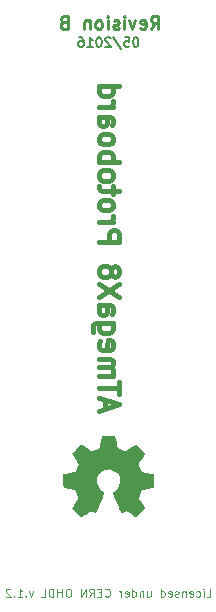
<source format=gbo>
G04 #@! TF.FileFunction,Legend,Bot*
%FSLAX46Y46*%
G04 Gerber Fmt 4.6, Leading zero omitted, Abs format (unit mm)*
G04 Created by KiCad (PCBNEW 4.0.2+e4-6225~38~ubuntu15.10.1-stable) date Thu 05 May 2016 06:03:02 PM EEST*
%MOMM*%
G01*
G04 APERTURE LIST*
%ADD10C,0.100000*%
%ADD11C,0.200000*%
%ADD12C,0.275000*%
%ADD13C,0.425000*%
%ADD14C,0.002000*%
G04 APERTURE END LIST*
D10*
X148016664Y-119696667D02*
X148349997Y-119696667D01*
X148349997Y-118996667D01*
X147783330Y-119696667D02*
X147783330Y-119230000D01*
X147783330Y-118996667D02*
X147816664Y-119030000D01*
X147783330Y-119063333D01*
X147749997Y-119030000D01*
X147783330Y-118996667D01*
X147783330Y-119063333D01*
X147149997Y-119663333D02*
X147216664Y-119696667D01*
X147349997Y-119696667D01*
X147416664Y-119663333D01*
X147449997Y-119630000D01*
X147483331Y-119563333D01*
X147483331Y-119363333D01*
X147449997Y-119296667D01*
X147416664Y-119263333D01*
X147349997Y-119230000D01*
X147216664Y-119230000D01*
X147149997Y-119263333D01*
X146583331Y-119663333D02*
X146649997Y-119696667D01*
X146783331Y-119696667D01*
X146849997Y-119663333D01*
X146883331Y-119596667D01*
X146883331Y-119330000D01*
X146849997Y-119263333D01*
X146783331Y-119230000D01*
X146649997Y-119230000D01*
X146583331Y-119263333D01*
X146549997Y-119330000D01*
X146549997Y-119396667D01*
X146883331Y-119463333D01*
X146249997Y-119230000D02*
X146249997Y-119696667D01*
X146249997Y-119296667D02*
X146216664Y-119263333D01*
X146149997Y-119230000D01*
X146049997Y-119230000D01*
X145983331Y-119263333D01*
X145949997Y-119330000D01*
X145949997Y-119696667D01*
X145649998Y-119663333D02*
X145583331Y-119696667D01*
X145449998Y-119696667D01*
X145383331Y-119663333D01*
X145349998Y-119596667D01*
X145349998Y-119563333D01*
X145383331Y-119496667D01*
X145449998Y-119463333D01*
X145549998Y-119463333D01*
X145616664Y-119430000D01*
X145649998Y-119363333D01*
X145649998Y-119330000D01*
X145616664Y-119263333D01*
X145549998Y-119230000D01*
X145449998Y-119230000D01*
X145383331Y-119263333D01*
X144783331Y-119663333D02*
X144849997Y-119696667D01*
X144983331Y-119696667D01*
X145049997Y-119663333D01*
X145083331Y-119596667D01*
X145083331Y-119330000D01*
X145049997Y-119263333D01*
X144983331Y-119230000D01*
X144849997Y-119230000D01*
X144783331Y-119263333D01*
X144749997Y-119330000D01*
X144749997Y-119396667D01*
X145083331Y-119463333D01*
X144149997Y-119696667D02*
X144149997Y-118996667D01*
X144149997Y-119663333D02*
X144216664Y-119696667D01*
X144349997Y-119696667D01*
X144416664Y-119663333D01*
X144449997Y-119630000D01*
X144483331Y-119563333D01*
X144483331Y-119363333D01*
X144449997Y-119296667D01*
X144416664Y-119263333D01*
X144349997Y-119230000D01*
X144216664Y-119230000D01*
X144149997Y-119263333D01*
X142983331Y-119230000D02*
X142983331Y-119696667D01*
X143283331Y-119230000D02*
X143283331Y-119596667D01*
X143249998Y-119663333D01*
X143183331Y-119696667D01*
X143083331Y-119696667D01*
X143016665Y-119663333D01*
X142983331Y-119630000D01*
X142649998Y-119230000D02*
X142649998Y-119696667D01*
X142649998Y-119296667D02*
X142616665Y-119263333D01*
X142549998Y-119230000D01*
X142449998Y-119230000D01*
X142383332Y-119263333D01*
X142349998Y-119330000D01*
X142349998Y-119696667D01*
X141716665Y-119696667D02*
X141716665Y-118996667D01*
X141716665Y-119663333D02*
X141783332Y-119696667D01*
X141916665Y-119696667D01*
X141983332Y-119663333D01*
X142016665Y-119630000D01*
X142049999Y-119563333D01*
X142049999Y-119363333D01*
X142016665Y-119296667D01*
X141983332Y-119263333D01*
X141916665Y-119230000D01*
X141783332Y-119230000D01*
X141716665Y-119263333D01*
X141116666Y-119663333D02*
X141183332Y-119696667D01*
X141316666Y-119696667D01*
X141383332Y-119663333D01*
X141416666Y-119596667D01*
X141416666Y-119330000D01*
X141383332Y-119263333D01*
X141316666Y-119230000D01*
X141183332Y-119230000D01*
X141116666Y-119263333D01*
X141083332Y-119330000D01*
X141083332Y-119396667D01*
X141416666Y-119463333D01*
X140783332Y-119696667D02*
X140783332Y-119230000D01*
X140783332Y-119363333D02*
X140749999Y-119296667D01*
X140716666Y-119263333D01*
X140649999Y-119230000D01*
X140583332Y-119230000D01*
X139416666Y-119630000D02*
X139450000Y-119663333D01*
X139550000Y-119696667D01*
X139616666Y-119696667D01*
X139716666Y-119663333D01*
X139783333Y-119596667D01*
X139816666Y-119530000D01*
X139850000Y-119396667D01*
X139850000Y-119296667D01*
X139816666Y-119163333D01*
X139783333Y-119096667D01*
X139716666Y-119030000D01*
X139616666Y-118996667D01*
X139550000Y-118996667D01*
X139450000Y-119030000D01*
X139416666Y-119063333D01*
X139116666Y-119330000D02*
X138883333Y-119330000D01*
X138783333Y-119696667D02*
X139116666Y-119696667D01*
X139116666Y-118996667D01*
X138783333Y-118996667D01*
X138083333Y-119696667D02*
X138316667Y-119363333D01*
X138483333Y-119696667D02*
X138483333Y-118996667D01*
X138216667Y-118996667D01*
X138150000Y-119030000D01*
X138116667Y-119063333D01*
X138083333Y-119130000D01*
X138083333Y-119230000D01*
X138116667Y-119296667D01*
X138150000Y-119330000D01*
X138216667Y-119363333D01*
X138483333Y-119363333D01*
X137783333Y-119696667D02*
X137783333Y-118996667D01*
X137383333Y-119696667D01*
X137383333Y-118996667D01*
X136383334Y-118996667D02*
X136250001Y-118996667D01*
X136183334Y-119030000D01*
X136116667Y-119096667D01*
X136083334Y-119230000D01*
X136083334Y-119463333D01*
X136116667Y-119596667D01*
X136183334Y-119663333D01*
X136250001Y-119696667D01*
X136383334Y-119696667D01*
X136450001Y-119663333D01*
X136516667Y-119596667D01*
X136550001Y-119463333D01*
X136550001Y-119230000D01*
X136516667Y-119096667D01*
X136450001Y-119030000D01*
X136383334Y-118996667D01*
X135783334Y-119696667D02*
X135783334Y-118996667D01*
X135783334Y-119330000D02*
X135383334Y-119330000D01*
X135383334Y-119696667D02*
X135383334Y-118996667D01*
X135050001Y-119696667D02*
X135050001Y-118996667D01*
X134883335Y-118996667D01*
X134783335Y-119030000D01*
X134716668Y-119096667D01*
X134683335Y-119163333D01*
X134650001Y-119296667D01*
X134650001Y-119396667D01*
X134683335Y-119530000D01*
X134716668Y-119596667D01*
X134783335Y-119663333D01*
X134883335Y-119696667D01*
X135050001Y-119696667D01*
X134016668Y-119696667D02*
X134350001Y-119696667D01*
X134350001Y-118996667D01*
X133316668Y-119230000D02*
X133150001Y-119696667D01*
X132983335Y-119230000D01*
X132716668Y-119630000D02*
X132683335Y-119663333D01*
X132716668Y-119696667D01*
X132750002Y-119663333D01*
X132716668Y-119630000D01*
X132716668Y-119696667D01*
X132016669Y-119696667D02*
X132416669Y-119696667D01*
X132216669Y-119696667D02*
X132216669Y-118996667D01*
X132283335Y-119096667D01*
X132350002Y-119163333D01*
X132416669Y-119196667D01*
X131716668Y-119630000D02*
X131683335Y-119663333D01*
X131716668Y-119696667D01*
X131750002Y-119663333D01*
X131716668Y-119630000D01*
X131716668Y-119696667D01*
X131416669Y-119063333D02*
X131383335Y-119030000D01*
X131316669Y-118996667D01*
X131150002Y-118996667D01*
X131083335Y-119030000D01*
X131050002Y-119063333D01*
X131016669Y-119130000D01*
X131016669Y-119196667D01*
X131050002Y-119296667D01*
X131450002Y-119696667D01*
X131016669Y-119696667D01*
D11*
X142061905Y-72332905D02*
X141985714Y-72332905D01*
X141909524Y-72371000D01*
X141871429Y-72409095D01*
X141833333Y-72485286D01*
X141795238Y-72637667D01*
X141795238Y-72828143D01*
X141833333Y-72980524D01*
X141871429Y-73056714D01*
X141909524Y-73094810D01*
X141985714Y-73132905D01*
X142061905Y-73132905D01*
X142138095Y-73094810D01*
X142176191Y-73056714D01*
X142214286Y-72980524D01*
X142252381Y-72828143D01*
X142252381Y-72637667D01*
X142214286Y-72485286D01*
X142176191Y-72409095D01*
X142138095Y-72371000D01*
X142061905Y-72332905D01*
X141071428Y-72332905D02*
X141452381Y-72332905D01*
X141490476Y-72713857D01*
X141452381Y-72675762D01*
X141376190Y-72637667D01*
X141185714Y-72637667D01*
X141109524Y-72675762D01*
X141071428Y-72713857D01*
X141033333Y-72790048D01*
X141033333Y-72980524D01*
X141071428Y-73056714D01*
X141109524Y-73094810D01*
X141185714Y-73132905D01*
X141376190Y-73132905D01*
X141452381Y-73094810D01*
X141490476Y-73056714D01*
X140119047Y-72294810D02*
X140804762Y-73323381D01*
X139890476Y-72409095D02*
X139852381Y-72371000D01*
X139776190Y-72332905D01*
X139585714Y-72332905D01*
X139509524Y-72371000D01*
X139471428Y-72409095D01*
X139433333Y-72485286D01*
X139433333Y-72561476D01*
X139471428Y-72675762D01*
X139928571Y-73132905D01*
X139433333Y-73132905D01*
X138938095Y-72332905D02*
X138861904Y-72332905D01*
X138785714Y-72371000D01*
X138747619Y-72409095D01*
X138709523Y-72485286D01*
X138671428Y-72637667D01*
X138671428Y-72828143D01*
X138709523Y-72980524D01*
X138747619Y-73056714D01*
X138785714Y-73094810D01*
X138861904Y-73132905D01*
X138938095Y-73132905D01*
X139014285Y-73094810D01*
X139052381Y-73056714D01*
X139090476Y-72980524D01*
X139128571Y-72828143D01*
X139128571Y-72637667D01*
X139090476Y-72485286D01*
X139052381Y-72409095D01*
X139014285Y-72371000D01*
X138938095Y-72332905D01*
X137909523Y-73132905D02*
X138366666Y-73132905D01*
X138138095Y-73132905D02*
X138138095Y-72332905D01*
X138214285Y-72447190D01*
X138290476Y-72523381D01*
X138366666Y-72561476D01*
X137223809Y-72332905D02*
X137376190Y-72332905D01*
X137452380Y-72371000D01*
X137490475Y-72409095D01*
X137566666Y-72523381D01*
X137604761Y-72675762D01*
X137604761Y-72980524D01*
X137566666Y-73056714D01*
X137528571Y-73094810D01*
X137452380Y-73132905D01*
X137299999Y-73132905D01*
X137223809Y-73094810D01*
X137185713Y-73056714D01*
X137147618Y-72980524D01*
X137147618Y-72790048D01*
X137185713Y-72713857D01*
X137223809Y-72675762D01*
X137299999Y-72637667D01*
X137452380Y-72637667D01*
X137528571Y-72675762D01*
X137566666Y-72713857D01*
X137604761Y-72790048D01*
D12*
X143310333Y-71617619D02*
X143676999Y-71093810D01*
X143938904Y-71617619D02*
X143938904Y-70517619D01*
X143519857Y-70517619D01*
X143415095Y-70570000D01*
X143362714Y-70622381D01*
X143310333Y-70727143D01*
X143310333Y-70884286D01*
X143362714Y-70989048D01*
X143415095Y-71041429D01*
X143519857Y-71093810D01*
X143938904Y-71093810D01*
X142419857Y-71565238D02*
X142524619Y-71617619D01*
X142734142Y-71617619D01*
X142838904Y-71565238D01*
X142891285Y-71460476D01*
X142891285Y-71041429D01*
X142838904Y-70936667D01*
X142734142Y-70884286D01*
X142524619Y-70884286D01*
X142419857Y-70936667D01*
X142367476Y-71041429D01*
X142367476Y-71146190D01*
X142891285Y-71250952D01*
X142000809Y-70884286D02*
X141738904Y-71617619D01*
X141477000Y-70884286D01*
X141057952Y-71617619D02*
X141057952Y-70884286D01*
X141057952Y-70517619D02*
X141110333Y-70570000D01*
X141057952Y-70622381D01*
X141005571Y-70570000D01*
X141057952Y-70517619D01*
X141057952Y-70622381D01*
X140586523Y-71565238D02*
X140481761Y-71617619D01*
X140272237Y-71617619D01*
X140167476Y-71565238D01*
X140115095Y-71460476D01*
X140115095Y-71408095D01*
X140167476Y-71303333D01*
X140272237Y-71250952D01*
X140429380Y-71250952D01*
X140534142Y-71198571D01*
X140586523Y-71093810D01*
X140586523Y-71041429D01*
X140534142Y-70936667D01*
X140429380Y-70884286D01*
X140272237Y-70884286D01*
X140167476Y-70936667D01*
X139643666Y-71617619D02*
X139643666Y-70884286D01*
X139643666Y-70517619D02*
X139696047Y-70570000D01*
X139643666Y-70622381D01*
X139591285Y-70570000D01*
X139643666Y-70517619D01*
X139643666Y-70622381D01*
X138962713Y-71617619D02*
X139067475Y-71565238D01*
X139119856Y-71512857D01*
X139172237Y-71408095D01*
X139172237Y-71093810D01*
X139119856Y-70989048D01*
X139067475Y-70936667D01*
X138962713Y-70884286D01*
X138805571Y-70884286D01*
X138700809Y-70936667D01*
X138648428Y-70989048D01*
X138596047Y-71093810D01*
X138596047Y-71408095D01*
X138648428Y-71512857D01*
X138700809Y-71565238D01*
X138805571Y-71617619D01*
X138962713Y-71617619D01*
X138124618Y-70884286D02*
X138124618Y-71617619D01*
X138124618Y-70989048D02*
X138072237Y-70936667D01*
X137967475Y-70884286D01*
X137810333Y-70884286D01*
X137705571Y-70936667D01*
X137653190Y-71041429D01*
X137653190Y-71617619D01*
X135924619Y-71041429D02*
X135767476Y-71093810D01*
X135715095Y-71146190D01*
X135662714Y-71250952D01*
X135662714Y-71408095D01*
X135715095Y-71512857D01*
X135767476Y-71565238D01*
X135872238Y-71617619D01*
X136291285Y-71617619D01*
X136291285Y-70517619D01*
X135924619Y-70517619D01*
X135819857Y-70570000D01*
X135767476Y-70622381D01*
X135715095Y-70727143D01*
X135715095Y-70831905D01*
X135767476Y-70936667D01*
X135819857Y-70989048D01*
X135924619Y-71041429D01*
X136291285Y-71041429D01*
D13*
X139416667Y-103816190D02*
X139416667Y-103006667D01*
X138930952Y-103978095D02*
X140630952Y-103411429D01*
X138930952Y-102844762D01*
X140630952Y-102520952D02*
X140630952Y-101549524D01*
X138930952Y-102035238D02*
X140630952Y-102035238D01*
X138930952Y-100982857D02*
X140064286Y-100982857D01*
X139902381Y-100982857D02*
X139983333Y-100901905D01*
X140064286Y-100740000D01*
X140064286Y-100497143D01*
X139983333Y-100335238D01*
X139821429Y-100254286D01*
X138930952Y-100254286D01*
X139821429Y-100254286D02*
X139983333Y-100173333D01*
X140064286Y-100011429D01*
X140064286Y-99768571D01*
X139983333Y-99606667D01*
X139821429Y-99525714D01*
X138930952Y-99525714D01*
X139011905Y-98068571D02*
X138930952Y-98230476D01*
X138930952Y-98554285D01*
X139011905Y-98716190D01*
X139173810Y-98797142D01*
X139821429Y-98797142D01*
X139983333Y-98716190D01*
X140064286Y-98554285D01*
X140064286Y-98230476D01*
X139983333Y-98068571D01*
X139821429Y-97987619D01*
X139659524Y-97987619D01*
X139497619Y-98797142D01*
X140064286Y-96530476D02*
X138688095Y-96530476D01*
X138526190Y-96611428D01*
X138445238Y-96692380D01*
X138364286Y-96854285D01*
X138364286Y-97097142D01*
X138445238Y-97259047D01*
X139011905Y-96530476D02*
X138930952Y-96692380D01*
X138930952Y-97016190D01*
X139011905Y-97178095D01*
X139092857Y-97259047D01*
X139254762Y-97339999D01*
X139740476Y-97339999D01*
X139902381Y-97259047D01*
X139983333Y-97178095D01*
X140064286Y-97016190D01*
X140064286Y-96692380D01*
X139983333Y-96530476D01*
X138930952Y-94992381D02*
X139821429Y-94992381D01*
X139983333Y-95073333D01*
X140064286Y-95235238D01*
X140064286Y-95559047D01*
X139983333Y-95720952D01*
X139011905Y-94992381D02*
X138930952Y-95154285D01*
X138930952Y-95559047D01*
X139011905Y-95720952D01*
X139173810Y-95801904D01*
X139335714Y-95801904D01*
X139497619Y-95720952D01*
X139578571Y-95559047D01*
X139578571Y-95154285D01*
X139659524Y-94992381D01*
X140630952Y-94344762D02*
X138930952Y-93211429D01*
X140630952Y-93211429D02*
X138930952Y-94344762D01*
X139902381Y-92320952D02*
X139983333Y-92482857D01*
X140064286Y-92563809D01*
X140226190Y-92644761D01*
X140307143Y-92644761D01*
X140469048Y-92563809D01*
X140550000Y-92482857D01*
X140630952Y-92320952D01*
X140630952Y-91997142D01*
X140550000Y-91835238D01*
X140469048Y-91754285D01*
X140307143Y-91673333D01*
X140226190Y-91673333D01*
X140064286Y-91754285D01*
X139983333Y-91835238D01*
X139902381Y-91997142D01*
X139902381Y-92320952D01*
X139821429Y-92482857D01*
X139740476Y-92563809D01*
X139578571Y-92644761D01*
X139254762Y-92644761D01*
X139092857Y-92563809D01*
X139011905Y-92482857D01*
X138930952Y-92320952D01*
X138930952Y-91997142D01*
X139011905Y-91835238D01*
X139092857Y-91754285D01*
X139254762Y-91673333D01*
X139578571Y-91673333D01*
X139740476Y-91754285D01*
X139821429Y-91835238D01*
X139902381Y-91997142D01*
X138930952Y-89649523D02*
X140630952Y-89649523D01*
X140630952Y-89001904D01*
X140550000Y-88839999D01*
X140469048Y-88759047D01*
X140307143Y-88678095D01*
X140064286Y-88678095D01*
X139902381Y-88759047D01*
X139821429Y-88839999D01*
X139740476Y-89001904D01*
X139740476Y-89649523D01*
X138930952Y-87949523D02*
X140064286Y-87949523D01*
X139740476Y-87949523D02*
X139902381Y-87868571D01*
X139983333Y-87787618D01*
X140064286Y-87625714D01*
X140064286Y-87463809D01*
X138930952Y-86654285D02*
X139011905Y-86816190D01*
X139092857Y-86897142D01*
X139254762Y-86978094D01*
X139740476Y-86978094D01*
X139902381Y-86897142D01*
X139983333Y-86816190D01*
X140064286Y-86654285D01*
X140064286Y-86411428D01*
X139983333Y-86249523D01*
X139902381Y-86168571D01*
X139740476Y-86087618D01*
X139254762Y-86087618D01*
X139092857Y-86168571D01*
X139011905Y-86249523D01*
X138930952Y-86411428D01*
X138930952Y-86654285D01*
X140064286Y-85601904D02*
X140064286Y-84954285D01*
X140630952Y-85359047D02*
X139173810Y-85359047D01*
X139011905Y-85278095D01*
X138930952Y-85116190D01*
X138930952Y-84954285D01*
X138930952Y-84144761D02*
X139011905Y-84306666D01*
X139092857Y-84387618D01*
X139254762Y-84468570D01*
X139740476Y-84468570D01*
X139902381Y-84387618D01*
X139983333Y-84306666D01*
X140064286Y-84144761D01*
X140064286Y-83901904D01*
X139983333Y-83739999D01*
X139902381Y-83659047D01*
X139740476Y-83578094D01*
X139254762Y-83578094D01*
X139092857Y-83659047D01*
X139011905Y-83739999D01*
X138930952Y-83901904D01*
X138930952Y-84144761D01*
X138930952Y-82849523D02*
X140630952Y-82849523D01*
X139983333Y-82849523D02*
X140064286Y-82687618D01*
X140064286Y-82363809D01*
X139983333Y-82201904D01*
X139902381Y-82120952D01*
X139740476Y-82039999D01*
X139254762Y-82039999D01*
X139092857Y-82120952D01*
X139011905Y-82201904D01*
X138930952Y-82363809D01*
X138930952Y-82687618D01*
X139011905Y-82849523D01*
X138930952Y-81068571D02*
X139011905Y-81230476D01*
X139092857Y-81311428D01*
X139254762Y-81392380D01*
X139740476Y-81392380D01*
X139902381Y-81311428D01*
X139983333Y-81230476D01*
X140064286Y-81068571D01*
X140064286Y-80825714D01*
X139983333Y-80663809D01*
X139902381Y-80582857D01*
X139740476Y-80501904D01*
X139254762Y-80501904D01*
X139092857Y-80582857D01*
X139011905Y-80663809D01*
X138930952Y-80825714D01*
X138930952Y-81068571D01*
X138930952Y-79044762D02*
X139821429Y-79044762D01*
X139983333Y-79125714D01*
X140064286Y-79287619D01*
X140064286Y-79611428D01*
X139983333Y-79773333D01*
X139011905Y-79044762D02*
X138930952Y-79206666D01*
X138930952Y-79611428D01*
X139011905Y-79773333D01*
X139173810Y-79854285D01*
X139335714Y-79854285D01*
X139497619Y-79773333D01*
X139578571Y-79611428D01*
X139578571Y-79206666D01*
X139659524Y-79044762D01*
X138930952Y-78235238D02*
X140064286Y-78235238D01*
X139740476Y-78235238D02*
X139902381Y-78154286D01*
X139983333Y-78073333D01*
X140064286Y-77911429D01*
X140064286Y-77749524D01*
X138930952Y-76454286D02*
X140630952Y-76454286D01*
X139011905Y-76454286D02*
X138930952Y-76616190D01*
X138930952Y-76940000D01*
X139011905Y-77101905D01*
X139092857Y-77182857D01*
X139254762Y-77263809D01*
X139740476Y-77263809D01*
X139902381Y-77182857D01*
X139983333Y-77101905D01*
X140064286Y-76940000D01*
X140064286Y-76616190D01*
X139983333Y-76454286D01*
D14*
G36*
X139059530Y-106584328D02*
X139029902Y-106737449D01*
X139001746Y-106873644D01*
X138976883Y-106984818D01*
X138957134Y-107062872D01*
X138944320Y-107099710D01*
X138943357Y-107100954D01*
X138911496Y-107119112D01*
X138842900Y-107150930D01*
X138748554Y-107191918D01*
X138639444Y-107237586D01*
X138526556Y-107283446D01*
X138420876Y-107325007D01*
X138333389Y-107357780D01*
X138275080Y-107377276D01*
X138258744Y-107380734D01*
X138229779Y-107366887D01*
X138166014Y-107328371D01*
X138074526Y-107269723D01*
X137962392Y-107195481D01*
X137836686Y-107110180D01*
X137835807Y-107109576D01*
X137709344Y-107023290D01*
X137595925Y-106946896D01*
X137502796Y-106885195D01*
X137437208Y-106842991D01*
X137406500Y-106825122D01*
X137378436Y-106838137D01*
X137322328Y-106881903D01*
X137244897Y-106949781D01*
X137152862Y-107035132D01*
X137052944Y-107131314D01*
X136951863Y-107231688D01*
X136856338Y-107329613D01*
X136773089Y-107418451D01*
X136708836Y-107491560D01*
X136670299Y-107542301D01*
X136662211Y-107560565D01*
X136676066Y-107593566D01*
X136714584Y-107661047D01*
X136773195Y-107755627D01*
X136847330Y-107869929D01*
X136930251Y-107993397D01*
X137015000Y-108119209D01*
X137088726Y-108231794D01*
X137146880Y-108323950D01*
X137184917Y-108388472D01*
X137198292Y-108417988D01*
X137188467Y-108452578D01*
X137162034Y-108522968D01*
X137123556Y-108618500D01*
X137077597Y-108728518D01*
X137028720Y-108842363D01*
X136981487Y-108949377D01*
X136940462Y-109038902D01*
X136910209Y-109100280D01*
X136896938Y-109121846D01*
X136869085Y-109130568D01*
X136800478Y-109146805D01*
X136700544Y-109168665D01*
X136578712Y-109194253D01*
X136444408Y-109221678D01*
X136307061Y-109249047D01*
X136176097Y-109274467D01*
X136060944Y-109296045D01*
X135971029Y-109311889D01*
X135915780Y-109320105D01*
X135905806Y-109320834D01*
X135900459Y-109344820D01*
X135896877Y-109410685D01*
X135894921Y-109509287D01*
X135894455Y-109631484D01*
X135895338Y-109768135D01*
X135897434Y-109910098D01*
X135900605Y-110048233D01*
X135904712Y-110173397D01*
X135909617Y-110276450D01*
X135915182Y-110348249D01*
X135921269Y-110379654D01*
X135921806Y-110380167D01*
X135954088Y-110389760D01*
X136028029Y-110406709D01*
X136135066Y-110429207D01*
X136266631Y-110455447D01*
X136395964Y-110480210D01*
X136545010Y-110509810D01*
X136676304Y-110538907D01*
X136781336Y-110565384D01*
X136851598Y-110587123D01*
X136877387Y-110600024D01*
X136898275Y-110635981D01*
X136932330Y-110708727D01*
X136975176Y-110807408D01*
X137022439Y-110921169D01*
X137069744Y-111039157D01*
X137112716Y-111150517D01*
X137146979Y-111244395D01*
X137168160Y-111309936D01*
X137172859Y-111333089D01*
X137158916Y-111364255D01*
X137120301Y-111429693D01*
X137061738Y-111521933D01*
X136987951Y-111633503D01*
X136917487Y-111736948D01*
X136834402Y-111859735D01*
X136762624Y-111970326D01*
X136706903Y-112061032D01*
X136671987Y-112124166D01*
X136662211Y-112150161D01*
X136679420Y-112178816D01*
X136726563Y-112235962D01*
X136796914Y-112314681D01*
X136883747Y-112408057D01*
X136980335Y-112509174D01*
X137079953Y-112611116D01*
X137175874Y-112706965D01*
X137261372Y-112789807D01*
X137329722Y-112852724D01*
X137374196Y-112888801D01*
X137386281Y-112894703D01*
X137413448Y-112880926D01*
X137475151Y-112842779D01*
X137564009Y-112785037D01*
X137672638Y-112712477D01*
X137762237Y-112651484D01*
X137882691Y-112569568D01*
X137990641Y-112497487D01*
X138078163Y-112440430D01*
X138137334Y-112403582D01*
X138157869Y-112392503D01*
X138199928Y-112395412D01*
X138272684Y-112417964D01*
X138361870Y-112455625D01*
X138372563Y-112460734D01*
X138460835Y-112499589D01*
X138534158Y-112524898D01*
X138578435Y-112531915D01*
X138581633Y-112531122D01*
X138596948Y-112506305D01*
X138628944Y-112440864D01*
X138674813Y-112341360D01*
X138731743Y-112214358D01*
X138796925Y-112066420D01*
X138867549Y-111904109D01*
X138940804Y-111733990D01*
X139013882Y-111562624D01*
X139083971Y-111396574D01*
X139148262Y-111242405D01*
X139203945Y-111106679D01*
X139248210Y-110995959D01*
X139278246Y-110916808D01*
X139291244Y-110875789D01*
X139291558Y-110873006D01*
X139272435Y-110851774D01*
X139221370Y-110808510D01*
X139147823Y-110751060D01*
X139113852Y-110725586D01*
X138935944Y-110565800D01*
X138800517Y-110385344D01*
X138707986Y-110189978D01*
X138658767Y-109985461D01*
X138653274Y-109777552D01*
X138691922Y-109572010D01*
X138775127Y-109374595D01*
X138903304Y-109191065D01*
X138996314Y-109095180D01*
X139172364Y-108964241D01*
X139361478Y-108878272D01*
X139557959Y-108834760D01*
X139756112Y-108831193D01*
X139950240Y-108865056D01*
X140134649Y-108933836D01*
X140303642Y-109035020D01*
X140451524Y-109166094D01*
X140572599Y-109324546D01*
X140661171Y-109507861D01*
X140711544Y-109713526D01*
X140721106Y-109856278D01*
X140696973Y-110084942D01*
X140625070Y-110296294D01*
X140506135Y-110488937D01*
X140340909Y-110661474D01*
X140260621Y-110725586D01*
X140180668Y-110786545D01*
X140119373Y-110836490D01*
X140086195Y-110867576D01*
X140082915Y-110873006D01*
X140092627Y-110906796D01*
X140119889Y-110979854D01*
X140161888Y-111085614D01*
X140215813Y-111217514D01*
X140278849Y-111368991D01*
X140348186Y-111533481D01*
X140421011Y-111704421D01*
X140494511Y-111875249D01*
X140565874Y-112039399D01*
X140632288Y-112190310D01*
X140690939Y-112321418D01*
X140739017Y-112426160D01*
X140773708Y-112497973D01*
X140792199Y-112530292D01*
X140793544Y-112531392D01*
X140832254Y-112527219D01*
X140902373Y-112503686D01*
X140990304Y-112465543D01*
X141011532Y-112455245D01*
X141193367Y-112365223D01*
X141580328Y-112629963D01*
X141704404Y-112714073D01*
X141814390Y-112787161D01*
X141903243Y-112844665D01*
X141963921Y-112882024D01*
X141989112Y-112894703D01*
X142013092Y-112877434D01*
X142067010Y-112829321D01*
X142144990Y-112755907D01*
X142241156Y-112662735D01*
X142349630Y-112555347D01*
X142361598Y-112543368D01*
X142470297Y-112432356D01*
X142565285Y-112331324D01*
X142640976Y-112246547D01*
X142691782Y-112184300D01*
X142712117Y-112150859D01*
X142712261Y-112149488D01*
X142698301Y-112115409D01*
X142659586Y-112047334D01*
X142600863Y-111952935D01*
X142526880Y-111839885D01*
X142456985Y-111736948D01*
X142374043Y-111614894D01*
X142302348Y-111505881D01*
X142246622Y-111417379D01*
X142211591Y-111356859D01*
X142201614Y-111333089D01*
X142211088Y-111293716D01*
X142236695Y-111218442D01*
X142274059Y-111118120D01*
X142318806Y-111003606D01*
X142366560Y-110885752D01*
X142412947Y-110775415D01*
X142453591Y-110683446D01*
X142484118Y-110620702D01*
X142497086Y-110600024D01*
X142532128Y-110583809D01*
X142608984Y-110561103D01*
X142719146Y-110534024D01*
X142854104Y-110504689D01*
X142978509Y-110480210D01*
X143124580Y-110452173D01*
X143253663Y-110426285D01*
X143357194Y-110404355D01*
X143426605Y-110388191D01*
X143452666Y-110380167D01*
X143458791Y-110352619D01*
X143464406Y-110283899D01*
X143469373Y-110183149D01*
X143473553Y-110059509D01*
X143476808Y-109922121D01*
X143479001Y-109780128D01*
X143479993Y-109642669D01*
X143479646Y-109518888D01*
X143477823Y-109417924D01*
X143474385Y-109348920D01*
X143469193Y-109321018D01*
X143468666Y-109320834D01*
X143429137Y-109316028D01*
X143351344Y-109302873D01*
X143244713Y-109283260D01*
X143118672Y-109259084D01*
X142982649Y-109232236D01*
X142846071Y-109204609D01*
X142718365Y-109178096D01*
X142608960Y-109154590D01*
X142527281Y-109135983D01*
X142482758Y-109124168D01*
X142477534Y-109121846D01*
X142458993Y-109090182D01*
X142426083Y-109021966D01*
X142383366Y-108927856D01*
X142335405Y-108818510D01*
X142286764Y-108704586D01*
X142242006Y-108596742D01*
X142205694Y-108505635D01*
X142182391Y-108441924D01*
X142176181Y-108417988D01*
X142189993Y-108387675D01*
X142228396Y-108322642D01*
X142286843Y-108230093D01*
X142360786Y-108117233D01*
X142444221Y-107993397D01*
X142529098Y-107866966D01*
X142602909Y-107753058D01*
X142661085Y-107659050D01*
X142699056Y-107592322D01*
X142712261Y-107560565D01*
X142694894Y-107528688D01*
X142647272Y-107469958D01*
X142576116Y-107391015D01*
X142488145Y-107298499D01*
X142390080Y-107199051D01*
X142288639Y-107099310D01*
X142190544Y-107005916D01*
X142102513Y-106925510D01*
X142031268Y-106864731D01*
X141983527Y-106830219D01*
X141967972Y-106825122D01*
X141936853Y-106843248D01*
X141871006Y-106885634D01*
X141777679Y-106947476D01*
X141664121Y-107023973D01*
X141538666Y-107109576D01*
X141412893Y-107194936D01*
X141300643Y-107269269D01*
X141208991Y-107328037D01*
X141145015Y-107366704D01*
X141115792Y-107380733D01*
X141115729Y-107380734D01*
X141079984Y-107371263D01*
X141008527Y-107345846D01*
X140912343Y-107308970D01*
X140802418Y-107265126D01*
X140689737Y-107218803D01*
X140585287Y-107174491D01*
X140500052Y-107136678D01*
X140445018Y-107109854D01*
X140431115Y-107100954D01*
X140419232Y-107069471D01*
X140400201Y-106995824D01*
X140375843Y-106888109D01*
X140347978Y-106754424D01*
X140318428Y-106602867D01*
X140314942Y-106584328D01*
X140222655Y-106091588D01*
X139151817Y-106091588D01*
X139059530Y-106584328D01*
X139059530Y-106584328D01*
G37*
X139059530Y-106584328D02*
X139029902Y-106737449D01*
X139001746Y-106873644D01*
X138976883Y-106984818D01*
X138957134Y-107062872D01*
X138944320Y-107099710D01*
X138943357Y-107100954D01*
X138911496Y-107119112D01*
X138842900Y-107150930D01*
X138748554Y-107191918D01*
X138639444Y-107237586D01*
X138526556Y-107283446D01*
X138420876Y-107325007D01*
X138333389Y-107357780D01*
X138275080Y-107377276D01*
X138258744Y-107380734D01*
X138229779Y-107366887D01*
X138166014Y-107328371D01*
X138074526Y-107269723D01*
X137962392Y-107195481D01*
X137836686Y-107110180D01*
X137835807Y-107109576D01*
X137709344Y-107023290D01*
X137595925Y-106946896D01*
X137502796Y-106885195D01*
X137437208Y-106842991D01*
X137406500Y-106825122D01*
X137378436Y-106838137D01*
X137322328Y-106881903D01*
X137244897Y-106949781D01*
X137152862Y-107035132D01*
X137052944Y-107131314D01*
X136951863Y-107231688D01*
X136856338Y-107329613D01*
X136773089Y-107418451D01*
X136708836Y-107491560D01*
X136670299Y-107542301D01*
X136662211Y-107560565D01*
X136676066Y-107593566D01*
X136714584Y-107661047D01*
X136773195Y-107755627D01*
X136847330Y-107869929D01*
X136930251Y-107993397D01*
X137015000Y-108119209D01*
X137088726Y-108231794D01*
X137146880Y-108323950D01*
X137184917Y-108388472D01*
X137198292Y-108417988D01*
X137188467Y-108452578D01*
X137162034Y-108522968D01*
X137123556Y-108618500D01*
X137077597Y-108728518D01*
X137028720Y-108842363D01*
X136981487Y-108949377D01*
X136940462Y-109038902D01*
X136910209Y-109100280D01*
X136896938Y-109121846D01*
X136869085Y-109130568D01*
X136800478Y-109146805D01*
X136700544Y-109168665D01*
X136578712Y-109194253D01*
X136444408Y-109221678D01*
X136307061Y-109249047D01*
X136176097Y-109274467D01*
X136060944Y-109296045D01*
X135971029Y-109311889D01*
X135915780Y-109320105D01*
X135905806Y-109320834D01*
X135900459Y-109344820D01*
X135896877Y-109410685D01*
X135894921Y-109509287D01*
X135894455Y-109631484D01*
X135895338Y-109768135D01*
X135897434Y-109910098D01*
X135900605Y-110048233D01*
X135904712Y-110173397D01*
X135909617Y-110276450D01*
X135915182Y-110348249D01*
X135921269Y-110379654D01*
X135921806Y-110380167D01*
X135954088Y-110389760D01*
X136028029Y-110406709D01*
X136135066Y-110429207D01*
X136266631Y-110455447D01*
X136395964Y-110480210D01*
X136545010Y-110509810D01*
X136676304Y-110538907D01*
X136781336Y-110565384D01*
X136851598Y-110587123D01*
X136877387Y-110600024D01*
X136898275Y-110635981D01*
X136932330Y-110708727D01*
X136975176Y-110807408D01*
X137022439Y-110921169D01*
X137069744Y-111039157D01*
X137112716Y-111150517D01*
X137146979Y-111244395D01*
X137168160Y-111309936D01*
X137172859Y-111333089D01*
X137158916Y-111364255D01*
X137120301Y-111429693D01*
X137061738Y-111521933D01*
X136987951Y-111633503D01*
X136917487Y-111736948D01*
X136834402Y-111859735D01*
X136762624Y-111970326D01*
X136706903Y-112061032D01*
X136671987Y-112124166D01*
X136662211Y-112150161D01*
X136679420Y-112178816D01*
X136726563Y-112235962D01*
X136796914Y-112314681D01*
X136883747Y-112408057D01*
X136980335Y-112509174D01*
X137079953Y-112611116D01*
X137175874Y-112706965D01*
X137261372Y-112789807D01*
X137329722Y-112852724D01*
X137374196Y-112888801D01*
X137386281Y-112894703D01*
X137413448Y-112880926D01*
X137475151Y-112842779D01*
X137564009Y-112785037D01*
X137672638Y-112712477D01*
X137762237Y-112651484D01*
X137882691Y-112569568D01*
X137990641Y-112497487D01*
X138078163Y-112440430D01*
X138137334Y-112403582D01*
X138157869Y-112392503D01*
X138199928Y-112395412D01*
X138272684Y-112417964D01*
X138361870Y-112455625D01*
X138372563Y-112460734D01*
X138460835Y-112499589D01*
X138534158Y-112524898D01*
X138578435Y-112531915D01*
X138581633Y-112531122D01*
X138596948Y-112506305D01*
X138628944Y-112440864D01*
X138674813Y-112341360D01*
X138731743Y-112214358D01*
X138796925Y-112066420D01*
X138867549Y-111904109D01*
X138940804Y-111733990D01*
X139013882Y-111562624D01*
X139083971Y-111396574D01*
X139148262Y-111242405D01*
X139203945Y-111106679D01*
X139248210Y-110995959D01*
X139278246Y-110916808D01*
X139291244Y-110875789D01*
X139291558Y-110873006D01*
X139272435Y-110851774D01*
X139221370Y-110808510D01*
X139147823Y-110751060D01*
X139113852Y-110725586D01*
X138935944Y-110565800D01*
X138800517Y-110385344D01*
X138707986Y-110189978D01*
X138658767Y-109985461D01*
X138653274Y-109777552D01*
X138691922Y-109572010D01*
X138775127Y-109374595D01*
X138903304Y-109191065D01*
X138996314Y-109095180D01*
X139172364Y-108964241D01*
X139361478Y-108878272D01*
X139557959Y-108834760D01*
X139756112Y-108831193D01*
X139950240Y-108865056D01*
X140134649Y-108933836D01*
X140303642Y-109035020D01*
X140451524Y-109166094D01*
X140572599Y-109324546D01*
X140661171Y-109507861D01*
X140711544Y-109713526D01*
X140721106Y-109856278D01*
X140696973Y-110084942D01*
X140625070Y-110296294D01*
X140506135Y-110488937D01*
X140340909Y-110661474D01*
X140260621Y-110725586D01*
X140180668Y-110786545D01*
X140119373Y-110836490D01*
X140086195Y-110867576D01*
X140082915Y-110873006D01*
X140092627Y-110906796D01*
X140119889Y-110979854D01*
X140161888Y-111085614D01*
X140215813Y-111217514D01*
X140278849Y-111368991D01*
X140348186Y-111533481D01*
X140421011Y-111704421D01*
X140494511Y-111875249D01*
X140565874Y-112039399D01*
X140632288Y-112190310D01*
X140690939Y-112321418D01*
X140739017Y-112426160D01*
X140773708Y-112497973D01*
X140792199Y-112530292D01*
X140793544Y-112531392D01*
X140832254Y-112527219D01*
X140902373Y-112503686D01*
X140990304Y-112465543D01*
X141011532Y-112455245D01*
X141193367Y-112365223D01*
X141580328Y-112629963D01*
X141704404Y-112714073D01*
X141814390Y-112787161D01*
X141903243Y-112844665D01*
X141963921Y-112882024D01*
X141989112Y-112894703D01*
X142013092Y-112877434D01*
X142067010Y-112829321D01*
X142144990Y-112755907D01*
X142241156Y-112662735D01*
X142349630Y-112555347D01*
X142361598Y-112543368D01*
X142470297Y-112432356D01*
X142565285Y-112331324D01*
X142640976Y-112246547D01*
X142691782Y-112184300D01*
X142712117Y-112150859D01*
X142712261Y-112149488D01*
X142698301Y-112115409D01*
X142659586Y-112047334D01*
X142600863Y-111952935D01*
X142526880Y-111839885D01*
X142456985Y-111736948D01*
X142374043Y-111614894D01*
X142302348Y-111505881D01*
X142246622Y-111417379D01*
X142211591Y-111356859D01*
X142201614Y-111333089D01*
X142211088Y-111293716D01*
X142236695Y-111218442D01*
X142274059Y-111118120D01*
X142318806Y-111003606D01*
X142366560Y-110885752D01*
X142412947Y-110775415D01*
X142453591Y-110683446D01*
X142484118Y-110620702D01*
X142497086Y-110600024D01*
X142532128Y-110583809D01*
X142608984Y-110561103D01*
X142719146Y-110534024D01*
X142854104Y-110504689D01*
X142978509Y-110480210D01*
X143124580Y-110452173D01*
X143253663Y-110426285D01*
X143357194Y-110404355D01*
X143426605Y-110388191D01*
X143452666Y-110380167D01*
X143458791Y-110352619D01*
X143464406Y-110283899D01*
X143469373Y-110183149D01*
X143473553Y-110059509D01*
X143476808Y-109922121D01*
X143479001Y-109780128D01*
X143479993Y-109642669D01*
X143479646Y-109518888D01*
X143477823Y-109417924D01*
X143474385Y-109348920D01*
X143469193Y-109321018D01*
X143468666Y-109320834D01*
X143429137Y-109316028D01*
X143351344Y-109302873D01*
X143244713Y-109283260D01*
X143118672Y-109259084D01*
X142982649Y-109232236D01*
X142846071Y-109204609D01*
X142718365Y-109178096D01*
X142608960Y-109154590D01*
X142527281Y-109135983D01*
X142482758Y-109124168D01*
X142477534Y-109121846D01*
X142458993Y-109090182D01*
X142426083Y-109021966D01*
X142383366Y-108927856D01*
X142335405Y-108818510D01*
X142286764Y-108704586D01*
X142242006Y-108596742D01*
X142205694Y-108505635D01*
X142182391Y-108441924D01*
X142176181Y-108417988D01*
X142189993Y-108387675D01*
X142228396Y-108322642D01*
X142286843Y-108230093D01*
X142360786Y-108117233D01*
X142444221Y-107993397D01*
X142529098Y-107866966D01*
X142602909Y-107753058D01*
X142661085Y-107659050D01*
X142699056Y-107592322D01*
X142712261Y-107560565D01*
X142694894Y-107528688D01*
X142647272Y-107469958D01*
X142576116Y-107391015D01*
X142488145Y-107298499D01*
X142390080Y-107199051D01*
X142288639Y-107099310D01*
X142190544Y-107005916D01*
X142102513Y-106925510D01*
X142031268Y-106864731D01*
X141983527Y-106830219D01*
X141967972Y-106825122D01*
X141936853Y-106843248D01*
X141871006Y-106885634D01*
X141777679Y-106947476D01*
X141664121Y-107023973D01*
X141538666Y-107109576D01*
X141412893Y-107194936D01*
X141300643Y-107269269D01*
X141208991Y-107328037D01*
X141145015Y-107366704D01*
X141115792Y-107380733D01*
X141115729Y-107380734D01*
X141079984Y-107371263D01*
X141008527Y-107345846D01*
X140912343Y-107308970D01*
X140802418Y-107265126D01*
X140689737Y-107218803D01*
X140585287Y-107174491D01*
X140500052Y-107136678D01*
X140445018Y-107109854D01*
X140431115Y-107100954D01*
X140419232Y-107069471D01*
X140400201Y-106995824D01*
X140375843Y-106888109D01*
X140347978Y-106754424D01*
X140318428Y-106602867D01*
X140314942Y-106584328D01*
X140222655Y-106091588D01*
X139151817Y-106091588D01*
X139059530Y-106584328D01*
M02*

</source>
